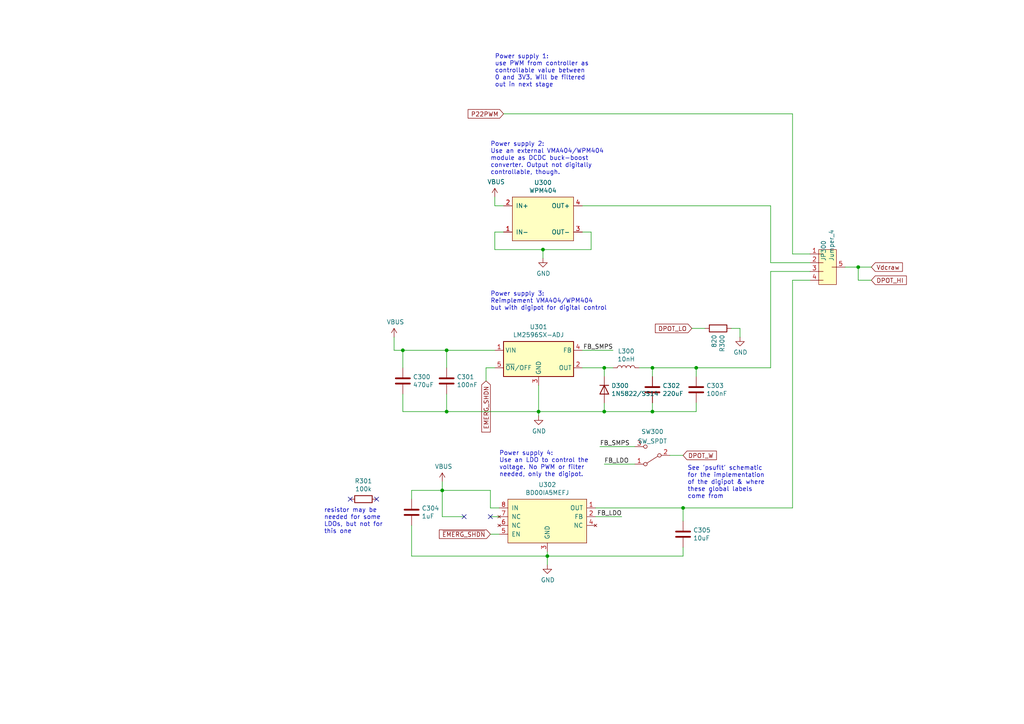
<source format=kicad_sch>
(kicad_sch (version 20211123) (generator eeschema)
  (paper "A4")
  (lib_symbols
    (symbol "Device:C" (pin_numbers hide) (pin_names (offset 0.254))
      (property "Reference" "C" (at 0.635 2.54 0))
      (property "Value" "C" (at 0.635 -2.54 0))
      (symbol "C_0_1"
        (polyline (pts (xy -2.032 -0.762) (xy 2.032 -0.762)) (stroke (width 0.508)))
        (polyline (pts (xy -2.032 0.762) (xy 2.032 0.762)) (stroke (width 0.508)))
      )
      (symbol "C_1_1"
        (pin passive line (at 0 3.81 270) (length 2.794) (name "~") (number "1"))
        (pin passive line (at 0 -3.81 90) (length 2.794) (name "~") (number "2"))
      )
    )
    (symbol "Device:D" (pin_numbers hide) (pin_names (offset 1.016) hide)
      (property "Reference" "D" (at 0 2.54 0))
      (property "Value" "D" (at 0 -2.54 0))
      (symbol "D_0_1"
        (polyline (pts (xy -1.27 1.27) (xy -1.27 -1.27)) (stroke (width 0.254)))
        (polyline (pts (xy 1.27 0) (xy -1.27 0)))
        (polyline (pts (xy 1.27 1.27) (xy 1.27 -1.27) (xy -1.27 0) (xy 1.27 1.27)) (stroke (width 0.254)))
      )
      (symbol "D_1_1"
        (pin passive line (at -3.81 0 0) (length 2.54) (name "K") (number "1"))
        (pin passive line (at 3.81 0 180) (length 2.54) (name "A") (number "2"))
      )
    )
    (symbol "Device:L" (pin_numbers hide) (pin_names (offset 1.016) hide)
      (property "Reference" "L" (at -1.27 0 90))
      (property "Value" "L" (at 1.905 0 90))
      (symbol "L_0_1"
        (arc (start 0 -2.54) (mid 0.635 -1.905) (end 0 -1.27))
        (arc (start 0 -1.27) (mid 0.635 -0.635) (end 0 0))
        (arc (start 0 0) (mid 0.635 0.635) (end 0 1.27))
        (arc (start 0 1.27) (mid 0.635 1.905) (end 0 2.54))
      )
      (symbol "L_1_1"
        (pin passive line (at 0 3.81 270) (length 1.27) (name "1") (number "1"))
        (pin passive line (at 0 -3.81 90) (length 1.27) (name "2") (number "2"))
      )
    )
    (symbol "Device:R" (pin_numbers hide) (pin_names (offset 0))
      (property "Reference" "R" (at 2.032 0 90))
      (property "Value" "R" (at 0 0 90))
      (symbol "R_0_1"
        (rectangle (start -1.016 -2.54) (end 1.016 2.54) (stroke (width 0.254)))
      )
      (symbol "R_1_1"
        (pin passive line (at 0 3.81 270) (length 1.27) (name "~") (number "1"))
        (pin passive line (at 0 -3.81 90) (length 1.27) (name "~") (number "2"))
      )
    )
    (symbol "Regulator_Switching:LM2596T-ADJ"
      (property "Reference" "U" (at -10.16 6.35 0))
      (property "Value" "LM2596T-ADJ" (at 0 6.35 0))
      (symbol "LM2596T-ADJ_0_1"
        (rectangle (start -10.16 5.08) (end 10.16 -5.08) (stroke (width 0.254)) (fill (type background)))
      )
      (symbol "LM2596T-ADJ_1_1"
        (pin power_in line (at -12.7 2.54 0) (length 2.54) (name "VIN") (number "1"))
        (pin output line (at 12.7 -2.54 180) (length 2.54) (name "OUT") (number "2"))
        (pin power_in line (at 0 -7.62 90) (length 2.54) (name "GND") (number "3"))
        (pin input line (at 12.7 2.54 180) (length 2.54) (name "FB") (number "4"))
        (pin input line (at -12.7 -2.54 0) (length 2.54) (name "~{ON}/OFF") (number "5"))
      )
    )
    (symbol "Switch:SW_SPDT" (pin_names (offset 0) hide)
      (property "Reference" "SW" (at 0 4.318 0))
      (property "Value" "SW_SPDT" (at 0 -5.08 0))
      (symbol "SW_SPDT_0_0"
        (circle (center -2.032 0) (radius 0.508))
        (circle (center 2.032 -2.54) (radius 0.508))
      )
      (symbol "SW_SPDT_0_1"
        (polyline (pts (xy -1.524 0.254) (xy 1.651 2.286)))
        (circle (center 2.032 2.54) (radius 0.508))
      )
      (symbol "SW_SPDT_1_1"
        (pin passive line (at 5.08 2.54 180) (length 2.54) (name "A") (number "1"))
        (pin passive line (at -5.08 0 0) (length 2.54) (name "B") (number "2"))
        (pin passive line (at 5.08 -2.54 180) (length 2.54) (name "C") (number "3"))
      )
    )
    (symbol "misc-mcus:BD00IA5MEFJ" (pin_names (offset 1.016))
      (property "Reference" "U" (at 0 1.27 0))
      (property "Value" "BD00IA5MEFJ" (at 0 3.81 0))
      (symbol "BD00IA5MEFJ_1_1"
        (rectangle (start -11.43 6.35) (end 11.43 -6.35) (fill (type background)))
        (pin power_out line (at 13.97 3.81 180) (length 2.54) (name "OUT") (number "1"))
        (pin passive line (at 13.97 1.27 180) (length 2.54) (name "FB") (number "2"))
        (pin passive line (at 0 -8.89 90) (length 2.54) (name "GND") (number "3"))
        (pin no_connect line (at 13.97 -1.27 180) (length 2.54) (name "NC") (number "4"))
        (pin input line (at -13.97 -3.81 0) (length 2.54) (name "EN") (number "5"))
        (pin no_connect line (at -13.97 -1.27 0) (length 2.54) (name "NC") (number "6"))
        (pin no_connect line (at -13.97 1.27 0) (length 2.54) (name "NC") (number "7"))
        (pin power_in line (at -13.97 3.81 0) (length 2.54) (name "IN") (number "8"))
      )
    )
    (symbol "misc-mcus:Jumper_4" (pin_names (offset 1.016))
      (property "Reference" "JP" (at 0 11.43 0))
      (property "Value" "Jumper_4" (at 0 11.43 0))
      (symbol "Jumper_4_0_1"
        (rectangle (start -2.54 5.08) (end 2.54 -5.08) (fill (type background)))
        (polyline (pts (xy -2.54 -3.81) (xy -1.27 -3.81)))
        (polyline (pts (xy -2.54 -1.27) (xy -1.27 -1.27)))
        (polyline (pts (xy -2.54 1.27) (xy -1.27 1.27)))
        (polyline (pts (xy -2.54 3.81) (xy -1.27 3.81)))
        (polyline (pts (xy 2.54 0) (xy 1.27 0)))
      )
      (symbol "Jumper_4_1_1"
        (pin passive line (at -5.08 3.81 0) (length 2.54) (name "~") (number "1"))
        (pin passive line (at -5.08 1.27 0) (length 2.54) (name "~") (number "2"))
        (pin passive line (at -5.08 -1.27 0) (length 2.54) (name "~") (number "3"))
        (pin passive line (at -5.08 -3.81 0) (length 2.54) (name "~") (number "4"))
        (pin passive line (at 5.08 0 180) (length 2.54) (name "~") (number "5"))
      )
    )
    (symbol "misc-mcus:WPM404" (pin_names (offset 1.016))
      (property "Reference" "U" (at 0 -1.27 0))
      (property "Value" "WPM404" (at 0 1.27 0))
      (symbol "WPM404_0_1"
        (rectangle (start -8.89 6.35) (end 8.89 -6.35) (fill (type background)))
      )
      (symbol "WPM404_1_1"
        (pin power_in line (at -11.43 -3.81 0) (length 2.54) (name "IN-") (number "1"))
        (pin power_in line (at -11.43 3.81 0) (length 2.54) (name "IN+") (number "2"))
        (pin power_out line (at 11.43 -3.81 180) (length 2.54) (name "OUT-") (number "3"))
        (pin power_out line (at 11.43 3.81 180) (length 2.54) (name "OUT+") (number "4"))
      )
    )
    (symbol "power:GND" (power) (pin_names (offset 0))
      (property "Value" "GND" (at 0 -3.81 0))
      (symbol "GND_0_1"
        (polyline (pts (xy 0 0) (xy 0 -1.27) (xy 1.27 -1.27) (xy 0 -2.54) (xy -1.27 -1.27) (xy 0 -1.27)))
      )
      (symbol "GND_1_1"
        (pin power_in line (at 0 0 270) (length 0) hide (name "GND") (number "1"))
      )
    )
    (symbol "power:VBUS" (power) (pin_names (offset 0))
      (property "Value" "VBUS" (at 0 3.81 0))
      (symbol "VBUS_0_1"
        (polyline (pts (xy -0.762 1.27) (xy 0 2.54)))
        (polyline (pts (xy 0 0) (xy 0 2.54)))
        (polyline (pts (xy 0 2.54) (xy 0.762 1.27)))
      )
      (symbol "VBUS_1_1"
        (pin power_in line (at 0 0 90) (length 0) hide (name "VBUS") (number "1"))
      )
    )
  )
  (junction (at 129.54 101.6))
  (junction (at 116.84 101.6))
  (junction (at 201.93 106.68))
  (junction (at 198.12 147.32))
  (junction (at 158.75 161.29))
  (junction (at 129.54 119.38))
  (junction (at 156.21 119.38))
  (junction (at 128.27 142.24))
  (junction (at 175.26 106.68))
  (junction (at 248.92 77.47))
  (junction (at 189.23 106.68))
  (junction (at 175.26 119.38))
  (junction (at 189.23 119.38))
  (junction (at 157.48 72.39))
  (no_connect (at 109.22 144.78))
  (no_connect (at 101.6 144.78))
  (no_connect (at 142.24 149.86))
  (no_connect (at 134.62 149.86))
  (wire (pts (xy 223.52 78.74) (xy 234.95 78.74)))
  (wire (pts (xy 189.23 106.68) (xy 201.93 106.68)))
  (wire (pts (xy 119.38 152.4) (xy 119.38 161.29)))
  (wire (pts (xy 146.05 33.02) (xy 229.87 33.02)))
  (wire (pts (xy 223.52 59.69) (xy 223.52 76.2)))
  (wire (pts (xy 198.12 151.13) (xy 198.12 147.32)))
  (wire (pts (xy 140.97 110.49) (xy 140.97 106.68)))
  (wire (pts (xy 171.45 72.39) (xy 171.45 67.31)))
  (wire (pts (xy 128.27 142.24) (xy 142.24 142.24)))
  (wire (pts (xy 140.97 106.68) (xy 143.51 106.68)))
  (wire (pts (xy 223.52 76.2) (xy 234.95 76.2)))
  (wire (pts (xy 175.26 119.38) (xy 175.26 116.84)))
  (wire (pts (xy 189.23 116.84) (xy 189.23 119.38)))
  (wire (pts (xy 201.93 106.68) (xy 223.52 106.68)))
  (wire (pts (xy 212.09 95.25) (xy 214.63 95.25)))
  (wire (pts (xy 128.27 142.24) (xy 128.27 139.7)))
  (wire (pts (xy 194.31 132.08) (xy 198.12 132.08)))
  (wire (pts (xy 116.84 114.3) (xy 116.84 119.38)))
  (wire (pts (xy 158.75 163.83) (xy 158.75 161.29)))
  (wire (pts (xy 134.62 149.86) (xy 128.27 149.86)))
  (wire (pts (xy 198.12 161.29) (xy 198.12 158.75)))
  (wire (pts (xy 175.26 106.68) (xy 175.26 109.22)))
  (wire (pts (xy 144.78 154.94) (xy 142.24 154.94)))
  (wire (pts (xy 185.42 106.68) (xy 189.23 106.68)))
  (wire (pts (xy 223.52 106.68) (xy 223.52 78.74)))
  (wire (pts (xy 168.91 106.68) (xy 175.26 106.68)))
  (wire (pts (xy 229.87 147.32) (xy 229.87 81.28)))
  (wire (pts (xy 168.91 59.69) (xy 223.52 59.69)))
  (wire (pts (xy 204.47 95.25) (xy 200.66 95.25)))
  (wire (pts (xy 143.51 59.69) (xy 146.05 59.69)))
  (wire (pts (xy 119.38 142.24) (xy 119.38 144.78)))
  (wire (pts (xy 116.84 101.6) (xy 129.54 101.6)))
  (wire (pts (xy 172.72 149.86) (xy 180.34 149.86)))
  (wire (pts (xy 144.78 149.86) (xy 142.24 149.86)))
  (wire (pts (xy 173.99 129.54) (xy 184.15 129.54)))
  (wire (pts (xy 201.93 116.84) (xy 201.93 119.38)))
  (wire (pts (xy 129.54 119.38) (xy 156.21 119.38)))
  (wire (pts (xy 171.45 67.31) (xy 168.91 67.31)))
  (wire (pts (xy 158.75 161.29) (xy 158.75 160.02)))
  (wire (pts (xy 143.51 67.31) (xy 143.51 72.39)))
  (wire (pts (xy 234.95 73.66) (xy 229.87 73.66)))
  (wire (pts (xy 142.24 142.24) (xy 142.24 147.32)))
  (wire (pts (xy 146.05 67.31) (xy 143.51 67.31)))
  (wire (pts (xy 214.63 95.25) (xy 214.63 97.79)))
  (wire (pts (xy 175.26 134.62) (xy 184.15 134.62)))
  (wire (pts (xy 201.93 119.38) (xy 189.23 119.38)))
  (wire (pts (xy 157.48 72.39) (xy 171.45 72.39)))
  (wire (pts (xy 177.8 106.68) (xy 175.26 106.68)))
  (wire (pts (xy 189.23 106.68) (xy 189.23 109.22)))
  (wire (pts (xy 157.48 74.93) (xy 157.48 72.39)))
  (wire (pts (xy 129.54 101.6) (xy 143.51 101.6)))
  (wire (pts (xy 248.92 81.28) (xy 248.92 77.47)))
  (wire (pts (xy 158.75 161.29) (xy 119.38 161.29)))
  (wire (pts (xy 201.93 106.68) (xy 201.93 109.22)))
  (wire (pts (xy 248.92 77.47) (xy 245.11 77.47)))
  (wire (pts (xy 229.87 81.28) (xy 234.95 81.28)))
  (wire (pts (xy 116.84 119.38) (xy 129.54 119.38)))
  (wire (pts (xy 252.73 77.47) (xy 248.92 77.47)))
  (wire (pts (xy 158.75 161.29) (xy 198.12 161.29)))
  (wire (pts (xy 142.24 147.32) (xy 144.78 147.32)))
  (wire (pts (xy 189.23 119.38) (xy 175.26 119.38)))
  (wire (pts (xy 156.21 119.38) (xy 156.21 120.65)))
  (wire (pts (xy 198.12 147.32) (xy 229.87 147.32)))
  (wire (pts (xy 156.21 111.76) (xy 156.21 119.38)))
  (wire (pts (xy 128.27 149.86) (xy 128.27 142.24)))
  (wire (pts (xy 143.51 57.15) (xy 143.51 59.69)))
  (wire (pts (xy 129.54 106.68) (xy 129.54 101.6)))
  (wire (pts (xy 129.54 114.3) (xy 129.54 119.38)))
  (wire (pts (xy 229.87 73.66) (xy 229.87 33.02)))
  (wire (pts (xy 172.72 147.32) (xy 198.12 147.32)))
  (wire (pts (xy 116.84 106.68) (xy 116.84 101.6)))
  (wire (pts (xy 143.51 72.39) (xy 157.48 72.39)))
  (wire (pts (xy 114.3 97.79) (xy 114.3 101.6)))
  (wire (pts (xy 114.3 101.6) (xy 116.84 101.6)))
  (wire (pts (xy 168.91 101.6) (xy 177.8 101.6)))
  (wire (pts (xy 156.21 119.38) (xy 175.26 119.38)))
  (wire (pts (xy 252.73 81.28) (xy 248.92 81.28)))
  (wire (pts (xy 128.27 142.24) (xy 119.38 142.24)))
  (text "Power supply 2:\nUse an external VMA404/WPM404\nmodule as DCDC buck-boost\nconverter. Output not digitally\ncontrollable, though." (at 142.24 50.8 0) (effects (font (size 1.27 1.27)) (justify left bottom)))
  (text "Power supply 4:\nUse an LDO to control the\nvoltage. No PWM or filter\nneeded, only the digipot." (at 144.78 138.43 0) (effects (font (size 1.27 1.27)) (justify left bottom)))
  (text "Power supply 3:\nReimplement VMA404/WPM404\nbut with digipot for digital control" (at 142.24 90.17 0) (effects (font (size 1.27 1.27)) (justify left bottom)))
  (text "See 'psuflt' schematic\nfor the implementation\nof the digipot & where\nthese global labels\ncome from" (at 199.39 144.78 0) (effects (font (size 1.27 1.27)) (justify left bottom)))
  (text "Power supply 1:\nuse PWM from controller as\ncontrollable value between\n0 and 3V3. Will be filtered\nout in next stage" (at 143.51 25.4 0) (effects (font (size 1.27 1.27)) (justify left bottom)))
  (text "resistor may be\nneeded for some\nLDOs, but not for\nthis one" (at 93.98 154.94 0) (effects (font (size 1.27 1.27)) (justify left bottom)))
  (label "FB_SMPS" (at 177.8 101.6 180))
  (label "FB_LDO" (at 175.26 134.62 0))
  (label "FB_SMPS" (at 173.99 129.54 0))
  (label "FB_LDO" (at 180.34 149.86 180))
  (global_label "DPOT_W" (shape input) (at 198.12 132.08 0) (property "Intersheet References" "${INTERSHEET_REFS}" (effects hide)))
  (global_label "P22PWM" (shape input) (at 146.05 33.02 180) (property "Intersheet References" "${INTERSHEET_REFS}" (effects hide)))
  (global_label "Vdcraw" (shape input) (at 252.73 77.47 0) (property "Intersheet References" "${INTERSHEET_REFS}" (effects hide)))
  (global_label "~{EMERG_SHDN}" (shape input) (at 142.24 154.94 180) (property "Intersheet References" "${INTERSHEET_REFS}" (effects hide)))
  (global_label "DPOT_LO" (shape input) (at 200.66 95.25 180) (property "Intersheet References" "${INTERSHEET_REFS}" (effects hide)))
  (global_label "EMERG_SHDN" (shape input) (at 140.97 110.49 270) (property "Intersheet References" "${INTERSHEET_REFS}" (effects hide)))
  (global_label "DPOT_HI" (shape input) (at 252.73 81.28 0) (property "Intersheet References" "${INTERSHEET_REFS}" (effects hide)))
  (symbol (lib_id "misc-mcus:WPM404") (at 157.48 63.5 0) (unit 1)
    (property "Reference" "U300" (at 157.48 52.959 0))
    (property "Value" "WPM404" (at 157.48 55.2704 0))
    (property "Footprint" "chip-bo:VMA404-Module-THT" (effects hide))
  )
  (symbol (lib_id "power:GND") (at 157.48 74.93 0) (unit 1)
    (property "Reference" "#PWR0134" (effects hide))
    (property "Value" "GND" (at 157.607 79.3242 0))
  )
  (symbol (lib_id "power:VBUS") (at 143.51 57.15 0) (unit 1)
    (property "Reference" "#PWR0135" (effects hide))
    (property "Value" "VBUS" (at 143.891 52.7558 0))
  )
  (symbol (lib_id "Regulator_Switching:LM2596T-ADJ") (at 156.21 104.14 0) (unit 1)
    (property "Reference" "U301" (at 156.21 94.8182 0))
    (property "Value" "LM2596SX-ADJ" (at 156.21 97.1296 0))
    (property "Footprint" "Package_TO_SOT_SMD:TO-263-5_TabPin3" (effects hide))
    (property "Datasheet" "http://www.ti.com/lit/ds/symlink/lm2596.pdf" (effects hide))
  )
  (symbol (lib_id "power:VBUS") (at 114.3 97.79 0) (unit 1)
    (property "Reference" "#PWR0136" (effects hide))
    (property "Value" "VBUS" (at 114.681 93.3958 0))
  )
  (symbol (lib_id "Device:C") (at 116.84 110.49 0) (unit 1)
    (property "Reference" "C300" (at 119.761 109.3216 0) (effects (justify left)))
    (property "Value" "470uF" (at 119.761 111.633 0) (effects (justify left)))
    (property "Footprint" "Capacitor_THT:CP_Radial_D6.3mm_P2.50mm" (effects hide))
  )
  (symbol (lib_id "power:GND") (at 156.21 120.65 0) (unit 1)
    (property "Reference" "#PWR0137" (effects hide))
    (property "Value" "GND" (at 156.337 125.0442 0))
  )
  (symbol (lib_id "Device:C") (at 129.54 110.49 0) (unit 1)
    (property "Reference" "C301" (at 132.461 109.3216 0) (effects (justify left)))
    (property "Value" "100nF" (at 132.461 111.633 0) (effects (justify left)))
    (property "Footprint" "Capacitor_SMD:C_0603_1608Metric_Pad1.08x0.95mm_HandSolder" (effects hide))
  )
  (symbol (lib_id "Device:D") (at 175.26 113.03 270) (unit 1)
    (property "Reference" "D300" (at 177.292 111.8616 90) (effects (justify left)))
    (property "Value" "1N5822/SS14" (at 177.292 114.173 90) (effects (justify left)))
    (property "Footprint" "Diode_SMD:D_SOD-123" (effects hide))
  )
  (symbol (lib_id "Device:L") (at 181.61 106.68 90) (unit 1)
    (property "Reference" "L300" (at 181.61 101.854 90))
    (property "Value" "10nH" (at 181.61 104.1654 90))
    (property "Footprint" "Inductor_SMD:L_7.3x7.3_H4.5" (effects hide))
  )
  (symbol (lib_id "Device:C") (at 189.23 113.03 0) (unit 1)
    (property "Reference" "C302" (at 192.151 111.8616 0) (effects (justify left)))
    (property "Value" "220uF" (at 192.151 114.173 0) (effects (justify left)))
    (property "Footprint" "Capacitor_THT:CP_Radial_D6.3mm_P2.50mm" (effects hide))
  )
  (symbol (lib_id "Device:C") (at 201.93 113.03 0) (unit 1)
    (property "Reference" "C303" (at 204.851 111.8616 0) (effects (justify left)))
    (property "Value" "100nF" (at 204.851 114.173 0) (effects (justify left)))
    (property "Footprint" "Capacitor_SMD:C_0603_1608Metric_Pad1.08x0.95mm_HandSolder" (effects hide))
  )
  (symbol (lib_id "Device:R") (at 208.28 95.25 270) (unit 1)
    (property "Reference" "R300" (at 209.4484 97.028 0) (effects (justify left)))
    (property "Value" "820" (at 207.137 97.028 0) (effects (justify left)))
    (property "Footprint" "Resistor_SMD:R_0603_1608Metric_Pad0.98x0.95mm_HandSolder" (effects hide))
  )
  (symbol (lib_id "power:GND") (at 214.63 97.79 0) (unit 1)
    (property "Reference" "#PWR0138" (effects hide))
    (property "Value" "GND" (at 214.757 102.1842 0))
  )
  (symbol (lib_id "misc-mcus:BD00IA5MEFJ") (at 158.75 151.13 0) (unit 1)
    (property "Reference" "U302" (at 158.75 140.589 0))
    (property "Value" "BD00IA5MEFJ" (at 158.75 142.9004 0))
    (property "Footprint" "Package_SO:HSOP-8-1EP_3.9x4.9mm_P1.27mm_EP2.41x3.1mm" (effects hide))
    (property "Datasheet" "https://www.farnell.com/datasheets/2296755.pdf" (effects hide))
  )
  (symbol (lib_id "power:VBUS") (at 128.27 139.7 0) (unit 1)
    (property "Reference" "#PWR0139" (effects hide))
    (property "Value" "VBUS" (at 128.651 135.3058 0))
  )
  (symbol (lib_id "power:GND") (at 158.75 163.83 0) (unit 1)
    (property "Reference" "#PWR0140" (effects hide))
    (property "Value" "GND" (at 158.877 168.2242 0))
  )
  (symbol (lib_id "Device:R") (at 105.41 144.78 270) (unit 1) (in_bom no) (on_board no)
    (property "Reference" "R301" (at 105.41 139.5222 90))
    (property "Value" "100k" (at 105.41 141.8336 90))
    (property "Footprint" "Resistor_SMD:R_0603_1608Metric_Pad0.98x0.95mm_HandSolder" (effects hide))
  )
  (symbol (lib_id "Device:C") (at 119.38 148.59 0) (unit 1)
    (property "Reference" "C304" (at 122.301 147.4216 0) (effects (justify left)))
    (property "Value" "1uF" (at 122.301 149.733 0) (effects (justify left)))
    (property "Footprint" "Capacitor_SMD:C_0805_2012Metric_Pad1.18x1.45mm_HandSolder" (effects hide))
  )
  (symbol (lib_id "Device:C") (at 198.12 154.94 0) (unit 1)
    (property "Reference" "C305" (at 201.041 153.7716 0) (effects (justify left)))
    (property "Value" "10uF" (at 201.041 156.083 0) (effects (justify left)))
    (property "Footprint" "Capacitor_SMD:C_0805_2012Metric_Pad1.18x1.45mm_HandSolder" (effects hide))
  )
  (symbol (lib_id "misc-mcus:Jumper_4") (at 240.03 77.47 0) (unit 1)
    (property "Reference" "JP300" (at 238.8616 75.7682 90) (effects (justify left)))
    (property "Value" "Jumper_4" (at 241.173 75.7682 90) (effects (justify left)))
    (property "Footprint" "chip-bo:Jumper4_PinHeader" (effects hide))
  )
  (symbol (lib_id "Switch:SW_SPDT") (at 189.23 132.08 180) (unit 1)
    (property "Reference" "SW300" (at 189.23 125.1925 0))
    (property "Value" "SW_SPDT" (at 189.23 127.9676 0))
    (property "Footprint" "Connector_PinHeader_2.54mm:PinHeader_1x03_P2.54mm_Vertical" (effects hide))
  )
)
</source>
